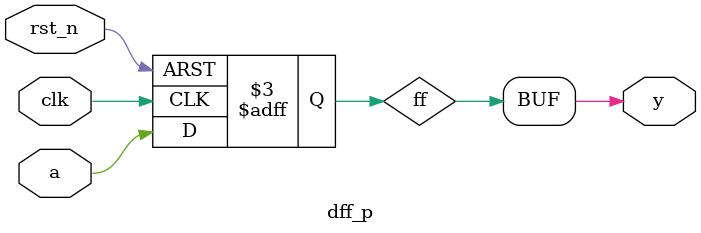
<source format=v>
module dff_p #(parameter P_NFF = 1, parameter P_DEFVAL = 1'b0)
  (
   ////////// inputs //////////
   input 	      clk, // clock
   input 	      rst_n, // active low reset
   input [P_NFF-1:0]  a, // input
   
   ////////// outputs //////////
   output [P_NFF-1:0] y
   ); 
 
   reg [P_NFF-1:0]  ff;
   
   always @(posedge clk or negedge rst_n)
     begin
	if( !rst_n ) ff <= {P_NFF{P_DEFVAL}};
	else ff <= a;
     end

   assign y = ff;

endmodule // dff_p
</source>
